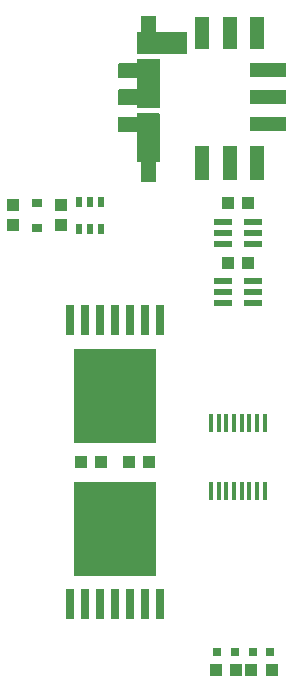
<source format=gbr>
G04 EAGLE Gerber RS-274X export*
G75*
%MOMM*%
%FSLAX34Y34*%
%LPD*%
%INSolderpaste Top*%
%IPPOS*%
%AMOC8*
5,1,8,0,0,1.08239X$1,22.5*%
G01*
%ADD10R,1.100000X1.000000*%
%ADD11R,0.800000X0.800000*%
%ADD12R,0.800000X2.540000*%
%ADD13R,7.000000X8.000000*%
%ADD14R,1.500000X0.600000*%
%ADD15R,1.000000X1.100000*%
%ADD16R,0.600000X0.900000*%
%ADD17R,1.200000X2.700000*%
%ADD18R,1.200000X3.000000*%
%ADD19R,3.100000X1.200000*%
%ADD20R,0.900000X0.800000*%
%ADD21R,0.406800X1.495600*%

G36*
X-139695Y143494D02*
X-139695Y143494D01*
X-139690Y143493D01*
X-139597Y143514D01*
X-139504Y143532D01*
X-139499Y143535D01*
X-139494Y143536D01*
X-139416Y143592D01*
X-139338Y143645D01*
X-139335Y143649D01*
X-139331Y143652D01*
X-139280Y143734D01*
X-139228Y143813D01*
X-139228Y143818D01*
X-139225Y143823D01*
X-139193Y144000D01*
X-139193Y159793D01*
X-136927Y159793D01*
X-136915Y159792D01*
X-136902Y159793D01*
X-136900Y159793D01*
X-136898Y159793D01*
X-136883Y159795D01*
X-136852Y159789D01*
X-136784Y159804D01*
X-136715Y159810D01*
X-136687Y159826D01*
X-136656Y159832D01*
X-136600Y159873D01*
X-136539Y159905D01*
X-136519Y159930D01*
X-136493Y159948D01*
X-136456Y160007D01*
X-136413Y160061D01*
X-136404Y160092D01*
X-136387Y160119D01*
X-136372Y160200D01*
X-136357Y160254D01*
X-136359Y160273D01*
X-136355Y160296D01*
X-136355Y201020D01*
X-136356Y201025D01*
X-136355Y201030D01*
X-136376Y201123D01*
X-136394Y201216D01*
X-136397Y201221D01*
X-136399Y201226D01*
X-136454Y201304D01*
X-136507Y201382D01*
X-136511Y201385D01*
X-136515Y201389D01*
X-136596Y201440D01*
X-136675Y201491D01*
X-136680Y201492D01*
X-136685Y201495D01*
X-136862Y201527D01*
X-154570Y201527D01*
X-154575Y201526D01*
X-154580Y201527D01*
X-154673Y201506D01*
X-154766Y201488D01*
X-154771Y201485D01*
X-154776Y201483D01*
X-154853Y201428D01*
X-154932Y201375D01*
X-154935Y201370D01*
X-154939Y201367D01*
X-154990Y201286D01*
X-155041Y201207D01*
X-155042Y201202D01*
X-155045Y201197D01*
X-155077Y201020D01*
X-155077Y198607D01*
X-170900Y198607D01*
X-170905Y198606D01*
X-170910Y198607D01*
X-171003Y198586D01*
X-171097Y198568D01*
X-171101Y198565D01*
X-171106Y198564D01*
X-171184Y198508D01*
X-171262Y198455D01*
X-171265Y198451D01*
X-171269Y198448D01*
X-171320Y198366D01*
X-171372Y198287D01*
X-171372Y198282D01*
X-171375Y198277D01*
X-171407Y198100D01*
X-171407Y186095D01*
X-171407Y186093D01*
X-171407Y186091D01*
X-171406Y186088D01*
X-171407Y186085D01*
X-171386Y185991D01*
X-171368Y185898D01*
X-171365Y185894D01*
X-171364Y185889D01*
X-171308Y185811D01*
X-171255Y185733D01*
X-171251Y185730D01*
X-171248Y185725D01*
X-171166Y185675D01*
X-171087Y185623D01*
X-171082Y185622D01*
X-171077Y185620D01*
X-170900Y185588D01*
X-155067Y185588D01*
X-155067Y160300D01*
X-155066Y160295D01*
X-155067Y160290D01*
X-155046Y160197D01*
X-155027Y160104D01*
X-155024Y160099D01*
X-155023Y160094D01*
X-154968Y160016D01*
X-154915Y159938D01*
X-154910Y159935D01*
X-154907Y159931D01*
X-154826Y159880D01*
X-154746Y159828D01*
X-154741Y159828D01*
X-154737Y159825D01*
X-154560Y159793D01*
X-152207Y159793D01*
X-152207Y144000D01*
X-152206Y143995D01*
X-152207Y143990D01*
X-152186Y143897D01*
X-152168Y143804D01*
X-152165Y143799D01*
X-152164Y143794D01*
X-152108Y143716D01*
X-152055Y143638D01*
X-152051Y143635D01*
X-152048Y143631D01*
X-151966Y143580D01*
X-151887Y143528D01*
X-151882Y143528D01*
X-151877Y143525D01*
X-151700Y143493D01*
X-139700Y143493D01*
X-139695Y143494D01*
G37*
G36*
X-136845Y205594D02*
X-136845Y205594D01*
X-136840Y205593D01*
X-136747Y205614D01*
X-136654Y205632D01*
X-136649Y205635D01*
X-136644Y205636D01*
X-136566Y205692D01*
X-136488Y205745D01*
X-136485Y205749D01*
X-136481Y205752D01*
X-136430Y205834D01*
X-136378Y205913D01*
X-136378Y205918D01*
X-136375Y205923D01*
X-136343Y206100D01*
X-136343Y246800D01*
X-136344Y246805D01*
X-136343Y246810D01*
X-136364Y246903D01*
X-136382Y246997D01*
X-136385Y247001D01*
X-136386Y247006D01*
X-136442Y247084D01*
X-136495Y247162D01*
X-136499Y247165D01*
X-136502Y247169D01*
X-136584Y247220D01*
X-136663Y247272D01*
X-136668Y247272D01*
X-136673Y247275D01*
X-136850Y247307D01*
X-154550Y247307D01*
X-154555Y247306D01*
X-154560Y247307D01*
X-154653Y247286D01*
X-154747Y247268D01*
X-154751Y247265D01*
X-154756Y247264D01*
X-154834Y247208D01*
X-154912Y247155D01*
X-154915Y247151D01*
X-154919Y247148D01*
X-154970Y247066D01*
X-155022Y246987D01*
X-155022Y246982D01*
X-155025Y246977D01*
X-155057Y246800D01*
X-155057Y243507D01*
X-170900Y243507D01*
X-170905Y243506D01*
X-170910Y243507D01*
X-171003Y243486D01*
X-171097Y243468D01*
X-171101Y243465D01*
X-171106Y243464D01*
X-171184Y243408D01*
X-171262Y243355D01*
X-171265Y243351D01*
X-171269Y243348D01*
X-171320Y243266D01*
X-171372Y243187D01*
X-171372Y243182D01*
X-171375Y243177D01*
X-171407Y243000D01*
X-171407Y231900D01*
X-171406Y231895D01*
X-171407Y231890D01*
X-171386Y231797D01*
X-171368Y231704D01*
X-171365Y231699D01*
X-171364Y231694D01*
X-171308Y231616D01*
X-171255Y231538D01*
X-171251Y231535D01*
X-171248Y231531D01*
X-171166Y231480D01*
X-171087Y231428D01*
X-171082Y231428D01*
X-171077Y231425D01*
X-170900Y231393D01*
X-155057Y231393D01*
X-155057Y221507D01*
X-170900Y221507D01*
X-170905Y221506D01*
X-170910Y221507D01*
X-171003Y221486D01*
X-171097Y221468D01*
X-171101Y221465D01*
X-171106Y221464D01*
X-171184Y221408D01*
X-171262Y221355D01*
X-171265Y221351D01*
X-171269Y221348D01*
X-171320Y221266D01*
X-171372Y221187D01*
X-171372Y221182D01*
X-171375Y221177D01*
X-171407Y221000D01*
X-171407Y209000D01*
X-171406Y208995D01*
X-171407Y208990D01*
X-171386Y208897D01*
X-171368Y208804D01*
X-171365Y208799D01*
X-171364Y208794D01*
X-171308Y208716D01*
X-171255Y208638D01*
X-171251Y208635D01*
X-171248Y208631D01*
X-171166Y208580D01*
X-171087Y208528D01*
X-171082Y208528D01*
X-171077Y208525D01*
X-170900Y208493D01*
X-155057Y208493D01*
X-155057Y206100D01*
X-155056Y206095D01*
X-155057Y206090D01*
X-155036Y205997D01*
X-155018Y205904D01*
X-155015Y205899D01*
X-155014Y205894D01*
X-154958Y205816D01*
X-154905Y205738D01*
X-154901Y205735D01*
X-154898Y205731D01*
X-154816Y205680D01*
X-154737Y205628D01*
X-154732Y205628D01*
X-154727Y205625D01*
X-154550Y205593D01*
X-136850Y205593D01*
X-136845Y205594D01*
G37*
G36*
X-113895Y251594D02*
X-113895Y251594D01*
X-113890Y251593D01*
X-113797Y251614D01*
X-113704Y251632D01*
X-113699Y251635D01*
X-113694Y251636D01*
X-113616Y251692D01*
X-113538Y251745D01*
X-113535Y251749D01*
X-113531Y251752D01*
X-113480Y251834D01*
X-113428Y251913D01*
X-113428Y251918D01*
X-113425Y251923D01*
X-113393Y252100D01*
X-113393Y269800D01*
X-113394Y269805D01*
X-113393Y269810D01*
X-113414Y269903D01*
X-113432Y269997D01*
X-113435Y270001D01*
X-113436Y270006D01*
X-113492Y270084D01*
X-113545Y270162D01*
X-113549Y270165D01*
X-113552Y270169D01*
X-113634Y270220D01*
X-113713Y270272D01*
X-113718Y270272D01*
X-113723Y270275D01*
X-113900Y270307D01*
X-139193Y270307D01*
X-139193Y283100D01*
X-139194Y283105D01*
X-139193Y283110D01*
X-139214Y283203D01*
X-139232Y283297D01*
X-139235Y283301D01*
X-139236Y283306D01*
X-139292Y283384D01*
X-139345Y283462D01*
X-139349Y283465D01*
X-139352Y283469D01*
X-139434Y283520D01*
X-139513Y283572D01*
X-139518Y283572D01*
X-139523Y283575D01*
X-139700Y283607D01*
X-151700Y283607D01*
X-151705Y283606D01*
X-151710Y283607D01*
X-151803Y283586D01*
X-151897Y283568D01*
X-151901Y283565D01*
X-151906Y283564D01*
X-151984Y283508D01*
X-152062Y283455D01*
X-152065Y283451D01*
X-152069Y283448D01*
X-152120Y283366D01*
X-152172Y283287D01*
X-152172Y283282D01*
X-152175Y283277D01*
X-152207Y283100D01*
X-152207Y270307D01*
X-154600Y270307D01*
X-154605Y270306D01*
X-154610Y270307D01*
X-154703Y270286D01*
X-154797Y270268D01*
X-154801Y270265D01*
X-154806Y270264D01*
X-154884Y270208D01*
X-154962Y270155D01*
X-154965Y270151D01*
X-154969Y270148D01*
X-155020Y270066D01*
X-155072Y269987D01*
X-155072Y269982D01*
X-155075Y269977D01*
X-155107Y269800D01*
X-155107Y252100D01*
X-155106Y252095D01*
X-155107Y252090D01*
X-155086Y251997D01*
X-155068Y251904D01*
X-155065Y251899D01*
X-155064Y251894D01*
X-155008Y251816D01*
X-154955Y251738D01*
X-154951Y251735D01*
X-154948Y251731D01*
X-154866Y251680D01*
X-154787Y251628D01*
X-154782Y251628D01*
X-154777Y251625D01*
X-154600Y251593D01*
X-113900Y251593D01*
X-113895Y251594D01*
G37*
D10*
X-202500Y-94000D03*
X-185500Y-94000D03*
D11*
X-57500Y-255000D03*
X-42500Y-255000D03*
X-87500Y-255000D03*
X-72500Y-255000D03*
D12*
X-174000Y-214000D03*
X-161300Y-214000D03*
X-148600Y-214000D03*
X-135900Y-214000D03*
X-186700Y-214000D03*
X-199400Y-214000D03*
X-212100Y-214000D03*
D13*
X-174000Y-150225D03*
D12*
X-174000Y26000D03*
X-186700Y26000D03*
X-199400Y26000D03*
X-212100Y26000D03*
X-161300Y26000D03*
X-148600Y26000D03*
X-135900Y26000D03*
D13*
X-174000Y-37775D03*
D14*
X-82500Y50000D03*
X-82500Y59500D03*
X-82500Y40500D03*
X-57500Y50000D03*
X-57500Y59500D03*
X-57500Y40500D03*
X-82500Y100000D03*
X-82500Y109500D03*
X-82500Y90500D03*
X-57500Y100000D03*
X-57500Y109500D03*
X-57500Y90500D03*
D15*
X-78500Y75000D03*
X-61500Y75000D03*
X-78500Y125000D03*
X-61500Y125000D03*
X-58500Y-270000D03*
X-41500Y-270000D03*
X-88500Y-270000D03*
X-71500Y-270000D03*
D10*
X-260000Y106500D03*
X-260000Y123500D03*
X-220000Y123500D03*
X-220000Y106500D03*
D16*
X-204500Y103500D03*
X-195000Y103500D03*
X-185500Y103500D03*
X-185500Y126500D03*
X-195000Y126500D03*
X-204500Y126500D03*
D17*
X-100000Y269500D03*
X-77100Y269500D03*
X-54200Y269500D03*
D18*
X-100000Y159000D03*
X-77100Y159000D03*
X-54200Y159000D03*
D19*
X-44500Y215000D03*
X-44500Y237900D03*
X-44500Y192100D03*
D20*
X-240000Y104500D03*
X-240000Y125500D03*
D10*
X-145500Y-94000D03*
X-162500Y-94000D03*
D21*
X-92750Y-118873D03*
X-86250Y-118873D03*
X-79750Y-118873D03*
X-73250Y-118873D03*
X-66750Y-118873D03*
X-60250Y-118873D03*
X-53750Y-118873D03*
X-47250Y-118873D03*
X-47250Y-61127D03*
X-53750Y-61127D03*
X-60250Y-61127D03*
X-66750Y-61127D03*
X-73250Y-61127D03*
X-79750Y-61127D03*
X-86250Y-61127D03*
X-92750Y-61127D03*
M02*

</source>
